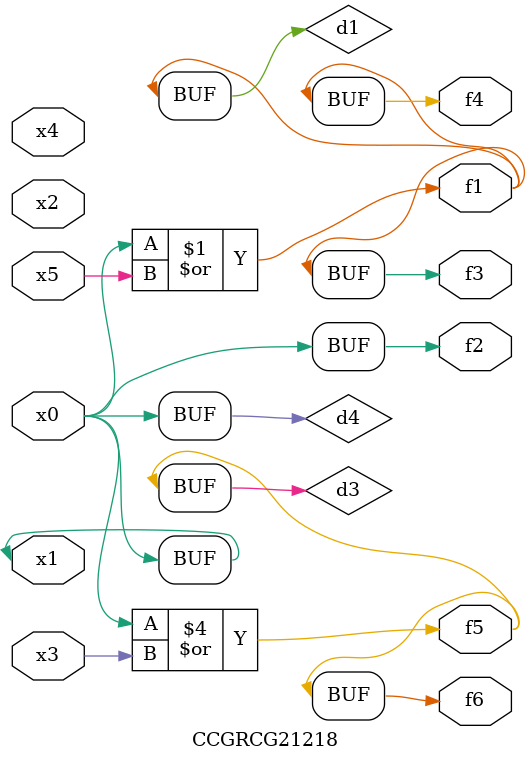
<source format=v>
module CCGRCG21218(
	input x0, x1, x2, x3, x4, x5,
	output f1, f2, f3, f4, f5, f6
);

	wire d1, d2, d3, d4;

	or (d1, x0, x5);
	xnor (d2, x1, x4);
	or (d3, x0, x3);
	buf (d4, x0, x1);
	assign f1 = d1;
	assign f2 = d4;
	assign f3 = d1;
	assign f4 = d1;
	assign f5 = d3;
	assign f6 = d3;
endmodule

</source>
